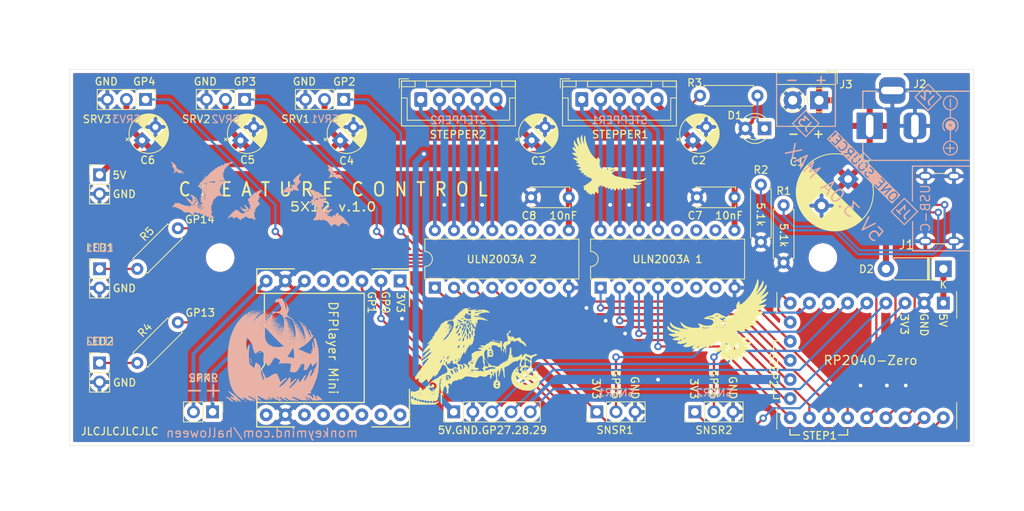
<source format=kicad_pcb>
(kicad_pcb (version 20240108) (generator "pcbnew") (generator_version "8.0")
  (layers (0 "F.Cu" signal) (31 "B.Cu" signal) (34 "B.Paste" user) (35 "F.Paste" user) (36 "B.SilkS" user "B.Silkscreen") (37 "F.SilkS" user "F.Silkscreen") (38 "B.Mask" user) (39 "F.Mask" user) (44 "Edge.Cuts" user))
  (net 0 "")
  (net 1 "5V")
  (net 2 "GND")
  (net 3 "3V3")
  (net 4 "GP0")
  (net 5 "GP1")
  (net 6 "GP2")
  (net 7 "GP3")
  (net 8 "GP4")
  (net 9 "GP5")
  (net 10 "GP6")
  (net 11 "GP7")
  (net 12 "GP8")
  (net 13 "GP9")
  (net 14 "GP10")
  (net 15 "GP11")
  (net 16 "GP12")
  (net 17 "GP13")
  (net 18 "GP14")
  (net 19 "GP15")
  (net 20 "GP26")
  (net 21 "GP27")
  (net 22 "GP28")
  (net 23 "GP29")
  (net 24 "SPKR+")
  (net 25 "SPKR-")
  (net 26 "LED1")
  (net 27 "LED2")
  (net 28 "S1-1")
  (net 29 "S1-2")
  (net 30 "S1-3")
  (net 31 "S1-4")
  (net 32 "S2-1")
  (net 33 "S2-2")
  (net 34 "S2-3")
  (net 35 "S2-4")
  (net 36 "RP-5V")
  (net 37 "D1")
  (net 38 "A5")
  (net 39 "B5")
  (footprint "Connector_JST:JST_XH_B5B-XH-A_1x05_P2.50mm_Vertical" (layer "F.Cu") (at 126.625 34)
    (property "Reference" "STEPPER2")
    (property "Value" "JST_XH_B5B-XH-A_1x05_P2.50mm_Vertical")
  )
  (footprint "Connector_PinHeader_2.54mm:PinHeader_1x02_P2.54mm_Vertical" (layer "F.Cu") (at 84 69)
    (property "Reference" "LED2")
    (property "Value" "PinHeader_1x02_P2.54mm_Vertical")
  )
  (footprint "Resistor_THT:R_Axial_DIN0207_L6.3mm_D2.5mm_P7.62mm_Horizontal" (layer "F.Cu") (at 89 69 45)
    (property "Reference" "R4")
    (property "Value" "2.2 kΩ")
  )
  (footprint "Connector_PinHeader_2.54mm:PinHeader_1x03_P2.54mm_Vertical" (layer "F.Cu") (at 103.25 34 -90)
    (property "Reference" "SRV2")
    (property "Value" "PinHeader_1x03_P2.54mm_Vertical")
  )
  (footprint "Capacitor_THT:CP_Radial_D5.0mm_P2.50mm" (layer "F.Cu") (at 115.933411 39.426548 45)
    (property "Reference" "C4")
    (property "Value" "CP_Radial_D5.0mm_P2.50mm")
  )
  (footprint "TerminalBlock_4Ucon:TerminalBlock_4Ucon_1x02_P3.50mm_Horizontal" (layer "F.Cu") (at 179.5 34.102759 180)
    (property "Reference" "J3")
    (property "Value" "TerminalBlock_4Ucon_1x02_P3.50mm_Horizontal")
  )
  (footprint "Capacitor_THT:C_Disc_D5.0mm_W2.5mm_P5.00mm" (layer "F.Cu") (at 146.28 47 180)
    (property "Reference" "C8")
    (property "Value" "10nf")
  )
  (footprint "LED_THT:LED_D3.0mm" (layer "F.Cu") (at 172.256099 37.842402 180)
    (property "Reference" "D1")
    (property "Value" "LED_D3.0mm")
  )
  (footprint "cayenne:DFPlayer Mini" (layer "F.Cu") (at 115 67 -90)
    (property "Reference" "DFPlayer Mini")
    (property "Value" "DFPlayer Mini")
  )
  (footprint "Connector_PinHeader_2.54mm:PinHeader_1x02_P2.54mm_Vertical" (layer "F.Cu") (at 99 75.5 -90)
    (property "Reference" "SPKR")
    (property "Value" "PinHeader_1x02_P2.54mm_Vertical")
  )
  (footprint "Resistor_THT:R_Axial_DIN0207_L6.3mm_D2.5mm_P7.62mm_Horizontal" (layer "F.Cu") (at 163.7 33.5)
    (property "Reference" "R3")
    (property "Value" "2.2 kΩ")
  )
  (footprint "Resistor_THT:R_Axial_DIN0207_L6.3mm_D2.5mm_P7.62mm_Horizontal" (layer "F.Cu") (at 174.789112 55.662465 90)
    (property "Reference" "R1")
    (property "Value" "5.1 kΩ" (hide yes))
  )
  (footprint "Connector_PinHeader_2.54mm:PinHeader_1x02_P2.54mm_Vertical" (layer "F.Cu") (at 84 44)
    (property "Reference" "5V")
    (property "Value" "PinHeader_1x02_P2.54mm_Vertical")
  )
  (footprint "Diode_THT:D_DO-41_SOD81_P7.62mm_Horizontal" (layer "F.Cu") (at 195.997177 56.5 180)
    (property "Reference" "D2")
    (property "Value" "D_DO-41_SOD81_P7.62mm_Horizontal")
  )
  (footprint "Connector_PinHeader_2.54mm:PinHeader_1x03_P2.54mm_Vertical" (layer "F.Cu") (at 150 75.5 90)
    (property "Reference" "SNSR1")
    (property "Value" "PinHeader_1x03_P2.54mm_Vertical")
  )
  (footprint "MountingHole:MountingHole_3.2mm_M3" (layer "F.Cu") (at 180 55)
    (property "Reference" "REF**" (hide yes))
    (property "Value" "MountingHole_3.2mm_M3" (hide yes))
  )
  (footprint "Connector_JST:JST_XH_B5B-XH-A_1x05_P2.50mm_Vertical" (layer "F.Cu") (at 148 34)
    (property "Reference" "STEPPER1")
    (property "Value" "JST_XH_B5B-XH-A_1x05_P2.50mm_Vertical")
  )
  (footprint "Resistor_THT:R_Axial_DIN0207_L6.3mm_D2.5mm_P7.62mm_Horizontal" (layer "F.Cu") (at 89 56.5 45)
    (property "Reference" " R5")
    (property "Value" "2.2 kΩ")
  )
  (footprint "Connector_PinHeader_2.54mm:PinHeader_1x03_P2.54mm_Vertical" (layer "F.Cu") (at 116.4 34 -90)
    (property "Reference" "SRV1")
    (property "Value" "PinHeader_1x03_P2.54mm_Vertical")
  )
  (footprint "Package_DIP:DIP-16_W7.62mm" (layer "F.Cu") (at 150.5 59 90)
    (property "Reference" "ULN2003A 1")
    (property "Value" "DIP-16_W7.62mm")
  )
  (footprint "Connector_BarrelJack:BarrelJack_Horizontal" (layer "F.Cu") (at 186.215963 37.5 180)
    (property "Reference" "J2")
    (property "Value" "BarrelJack_Horizontal")
  )
  (footprint "Capacitor_THT:C_Disc_D5.0mm_W2.5mm_P5.00mm" (layer "F.Cu") (at 168.28 47 180)
    (property "Reference" "C7")
    (property "Value" "10nf")
  )
  (footprint "cayenne:Crow-Flying" (layer "F.Cu") (at 166.069075 63.33489)
    (property "Reference" "G***" (hide yes))
    (property "Value" "LOGO" (hide yes))
  )
  (footprint "cayenne:Crow-Standing01" (layer "F.Cu") (at 134.038598 67.035282)
    (property "Reference" "G***" (hide yes))
    (property "Value" "LOGO" (hide yes))
  )
  (footprint "Resistor_THT:R_Axial_DIN0207_L6.3mm_D2.5mm_P7.62mm_Horizontal" (layer "F.Cu") (at 171.76957 52.928997 90)
    (property "Reference" "R2")
    (property "Value" "5.1 kΩ" (hide yes))
  )
  (footprint "Connector_USB:USB_C_Receptacle_GCT_USB4125-xx-x-0190_6P_TopMnt_Horizontal" (layer "F.Cu") (at 196.594144 48.5 90)
    (property "Reference" "J1")
    (property "Value" "USB_C_Receptacle_GCT_USB4125-xx-x-0190_6P_TopMnt_Horizontal")
  )
  (footprint "MountingHole:MountingHole_3.2mm_M3" (layer "F.Cu") (at 100 55)
    (property "Reference" "REF**" (hide yes))
    (property "Value" "MountingHole_3.2mm_M3" (hide yes))
  )
  (footprint "Capacitor_THT:CP_Radial_D5.0mm_P2.50mm" (layer "F.Cu") (at 162.732229 39.420164 45)
    (property "Reference" "C2")
    (property "Value" "CP_Radial_D5.0mm_P2.50mm")
  )
  (footprint "Connector_PinHeader_2.54mm:PinHeader_1x05_P2.54mm_Vertical" (layer "F.Cu") (at 131 75.5 90)
    (property "Reference" "REF**" (hide yes))
    (property "Value" "PinHeader_1x05_P2.54mm_Vertical")
  )
  (footprint "Capacitor_THT:CP_Radial_D5.0mm_P2.50mm" (layer "F.Cu") (at 141.355477 39.421024 45)
    (property "Reference" "C3")
    (property "Value" "CP_Radial_D5.0mm_P2.50mm")
  )
  (footprint "Connector_PinHeader_2.54mm:PinHeader_1x03_P2.54mm_Vertical" (layer "F.Cu") (at 90.1 34 -90)
    (property "Reference" "SRV3")
    (property "Value" "PinHeader_1x03_P2.54mm_Vertical")
  )
  (footprint "Package_DIP:DIP-16_W7.62mm" (layer "F.Cu") (at 128.5 59 90)
    (property "Reference" "ULN2003A 2")
    (property "Value" "DIP-16_W7.62mm")
  )
  (footprint "Connector_PinHeader_2.54mm:PinHeader_1x03_P2.54mm_Vertical" (layer "F.Cu") (at 163 75.5 90)
    (property "Reference" "SNSR2")
    (property "Value" "PinHeader_1x03_P2.54mm_Vertical")
  )
  (footprint "cayenne:Crow-Flying2" (layer "F.Cu") (at 151.61114 42.679001)
    (property "Reference" "G***" (hide yes))
    (property "Value" "LOGO" (hide yes))
  )
  (footprint "Capacitor_THT:CP_Radial_D10.0mm_P5.00mm" (layer "F.Cu") (at 183.353128 44.560938 -135)
    (property "Reference" "C1")
    (property "Value" "CP_Radial_D10.0mm_P5.00mm")
  )
  (footprint "cayenne:RP2040 Zero" (layer "F.Cu") (at 173 58.5 -90)
    (property "Reference" "RP2040-Zero")
    (property "Value" "RP2040 Zero")
  )
  (footprint "Capacitor_THT:CP_Radial_D5.0mm_P2.50mm" (layer "F.Cu") (at 89.642206 39.42181 45)
    (property "Reference" "C6")
    (property "Value" "CP_Radial_D5.0mm_P2.50mm")
  )
  (footprint "Connector_PinHeader_2.54mm:PinHeader_1x02_P2.54mm_Vertical" (layer "F.Cu") (at 84 56.5)
    (property "Reference" "LED1")
    (property "Value" "PinHeader_1x02_P2.54mm_Vertical")
  )
  (footprint "Capacitor_THT:CP_Radial_D5.0mm_P2.50mm" (layer "F.Cu") (at 102.701912 39.433678 45)
    (property "Reference" "C5")
    (property "Value" "CP_Radial_D5.0mm_P2.50mm")
  )
  (footprint "cayenne:Bats01" (layer "B.Cu") (at 105.242184 46.604138 180)
    (property "Reference" "G***" (hide yes))
    (property "Value" "LOGO" (hide yes))
  )
  (footprint "cayenne:Pumpkin01" (layer "B.Cu") (at 106.91691 67.381199 180)
    (property "Reference" "G***" (hide yes))
    (property "Value" "LOGO" (hide yes))
  )
  (footprint "Symbol:Symbol_Barrel_Polarity" (layer "B.Cu") (at 196.85139 37.448943 -90)
    (property "Reference" "REF**" (hide yes))
    (property "Value" "Symbol_Barrel_Polarity" (hide yes))
  )
  (gr_poly (pts (xy 175.986992 37.189923) (xy 177.732236 35.444679) (xy 179.47748 37.189923) (xy 177.732236 38.935167)) (stroke (width 0.16)) (fill none) (layer "B.SilkS"))
  (gr_line (start 173.85631 37.56661) (end 175.52 37.56661) (stroke (width 0.16)) (layer "B.SilkS"))
  (gr_line (start 181.663357 37.56661) (end 181.663357 30.588113) (stroke (width 0.16)) (layer "B.SilkS"))
  (gr_line (start 199.404262 42.844247) (end 191.888958 42.844247) (stroke (width 0.16)) (layer "B.SilkS"))
  (gr_line (start 191.912298 54.105533) (end 199.392592 54.105533) (stroke (width 0.16)) (layer "B.SilkS"))
  (gr_poly (pts (xy 189.070977 48.880938) (xy 190.816221 47.135694) (xy 192.561465 48.880938) (xy 190.816221 50.626182)) (stroke (width 0.16)) (fill none) (layer "B.SilkS"))
  (gr_line (start 179.93 37.56661) (end 181.663357 37.56661) (stroke (width 0.16)) (layer "B.SilkS"))
  (gr_line (start 185.303343 40.965422) (end 186.415857 42.077936) (stroke (width 0.16)) (layer "B.SilkS"))
  (gr_line (start 192.37 32.882192) (end 191.496077 32.882192) (stroke (width 0.16)) (layer "B.SilkS"))
  (gr_line (start 185.303343 39.76733) (end 185.303343 40.965422) (stroke (width 0.16)) (layer "B.SilkS"))
  (gr_line (start 185.295563 32.889971) (end 185.295563 35.161678) (stroke (width 0.16)) (layer "B.SilkS"))
  (gr_line (start 173.85631 30.658132) (end 173.85631 37.56661) (stroke (width 0.16)) (layer "B.SilkS"))
  (gr_line (start 199.307014 32.889971) (end 195.68 32.889971) (stroke (width 0.16)) (layer "B.SilkS"))
  (gr_line (start 186.415857 42.077936) (end 199.384813 42.077936) (stroke (width 0.16)) (layer "B.SilkS"))
  (gr_poly (pts (xy 192.215006 33.70347) (xy 193.96025 31.958226) (xy 195.705494 33.70347) (xy 193.96025 35.448714)) (stroke (width 0.16)) (fill none) (layer "B.SilkS"))
  (gr_line (start 191.888958 42.844247) (end 191.888958 47.49) (stroke (width 0.16)) (layer "B.SilkS"))
  (gr_line (start 186.968224 32.889971) (end 185.295563 32.889971) (stroke (width 0.16)) (layer "B.SilkS"))
  (gr_line (start 191.912298 50.24) (end 191.912298 54.105533) (stroke (width 0.16)) (layer "B.SilkS"))
  (gr_line (start 173.453463 73.734742) (end 173.452176 72.472269) (stroke (width 0.16)) (layer "F.SilkS"))
  (gr_line (start 183.286454 78.572126) (end 182.077272 78.570099) (stroke (width 0.16)) (layer "F.SilkS"))
  (gr_line (start 175.621825 78.572127) (end 176.905732 78.570099) (stroke (width 0.16)) (layer "F.SilkS"))
  (gr_line (start 175.621825 77.83944) (end 175.621825 78.572127) (stroke (width 0.16)) (layer "F.SilkS"))
  (gr_line (start 174.186149 66.070113) (end 173.453462 66.070113) (stroke (width 0.16)) (layer "F.SilkS"))
  (gr_line (start 173.453462 66.070113) (end 173.455652 67.352861) (stroke (width 0.16)) (layer "F.SilkS"))
  (gr_line (start 183.28594 77.839439) (end 183.28594 78.572126) (stroke (width 0.16)) (layer "F.SilkS"))
  (gr_line (start 174.18615 73.734228) (end 173.453463 73.734228) (stroke (width 0.16)) (layer "F.SilkS"))
  (gr_rect (start 80 30) (end 200 80) (stroke (width 0.05)) (fill none) (layer "Edge.Cuts"))
  (gr_text "SRV3" (at 87.570003 36.619441 -0) (layer "B.SilkS") (effects (font (size 1 1)) (justify mirror)))
  (gr_text "J2" (at 193.962815 33.696554 -45) (layer "B.SilkS") (effects (font (size 1.2 1.2) (thickness 0.2) (bold yes)) (justify mirror)))
  (gr_text "ONE SOURCE!" (at 184.884461 43.504305 315) (layer "B.SilkS" knockout) (effects (font (size 1.2 1.2) (thickness 0.16)) (justify bottom mirror)))
  (gr_text "+" (at 197.849028 41.176937 0) (layer "B.SilkS") (effects (font (size 1.4 1.4) (thickness 0.16)) (justify left bottom mirror)))
  (gr_text "SRV2" (at 100.724702 36.619441 -0) (layer "B.SilkS") (effects (font (size 1 1)) (justify mirror)))
  (gr_text "LED2" (at 84.104094 66.13218 -0) (layer "B.SilkS") (effects (font (size 1 1)) (justify mirror)))
  (gr_text "STEPPER2" (at 131.625 36.75 -0) (layer "B.SilkS") (effects (font (size 1 1) (thickness 0.16)) (justify mirror)))
  (gr_text "monkeymind.com/halloween" (at 105.556195 78.999605 -0) (layer "B.SilkS") (effects (font (size 1.2 1.2) (thickness 0.16)) (justify bottom mirror)))
  (gr_text "SNSR2" (at 165.574831 72.967722 -0) (layer "B.SilkS") (effects (font (size 1 1)) (justify mirror)))
  (gr_text "+  -" (at 177.823778 30.744201 180) (layer "B.SilkS") (effects (font (size 1.4 1.4) (thickness 0.2) (bold yes)) (justify bottom)))
  (gr_text "LED1" (at 83.999067 53.73893 -0) (layer "B.SilkS") (effects (font (size 1 1)) (justify mirror)))
  (gr_text "SPKR" (at 97.779555 71.02763 -0) (layer "B.SilkS") (effects (font (size 1 1) (thickness 0.16)) (justify mirror)))
  (gr_text "-" (at 95.208393 71.681135 180) (layer "B.SilkS") (effects (font (size 2 2) (thickness 0.2)) (justify left bottom mirror)))
  (gr_text "SNSR1" (at 152.568921 72.967722 -0) (layer "B.SilkS") (effects (font (size 1 1)) (justify mirror)))
  (gr_text "SRV1" (at 113.905659 36.593184 -0) (layer "B.SilkS") (effects (font (size 1 1)) (justify mirror)))
  (gr_text "5V 3.0A MAX" (at 180.767428 47.167766 -45) (layer "B.SilkS") (effects (font (size 1.8 1.8) (thickness 0.2)) (justify bottom mirror)))
  (gr_text "J1" (at 190.752767 48.886909 -45) (layer "B.SilkS") (effects (font (size 1.2 1.2) (thickness 0.2) (bold yes)) (justify mirror)))
  (gr_text "-" (at 197.638973 33.509926 90) (layer "B.SilkS") (effects (font (size 1.4 1.4) (thickness 0.16)) (justify left bottom mirror)))
  (gr_text "STEPPER1" (at 153 36.75 -0) (layer "B.SilkS") (effects (font (size 1 1) (thickness 0.16)) (justify mirror)))
  (gr_text "J3" (at 177.683012 37.228193 -45) (layer "B.SilkS") (effects (font (size 1.2 1.2) (thickness 0.2) (bold yes)) (justify mirror)))
  (gr_text "USB-C" (at 194.310184 48.426754 90) (layer "B.SilkS") (effects (font (size 1.2 1.2) (thickness 0.16)) (justify bottom mirror)))
  (gr_text "+" (at 97.718571 71.681135 180) (layer "B.SilkS") (effects (font (size 2 2) (thickness 0.2)) (justify left bottom mirror)))
  (gr_text "+  -" (at 177.75 38.002759 180) (layer "F.SilkS") (effects (font (size 1.2 1.2) (thickness 0.2) (bold yes)) (justify bottom)))
  (gr_text "JLCJLCJLCJLC" (at 81.421967 78.676179 0) (layer "F.SilkS") (effects (font (size 1 1) (thickness 0.16)) (justify left bottom)))
  (gr_text "GP15" (at 151.92136 69.794021 -90) (layer "F.SilkS") (effects (font (size 1 1) (thickness 0.16)) (justify left bottom)))
  (gr_text "GND" (at 85.654808 59.668404 0) (layer "F.SilkS") (effects (font (size 1 1) (thickness 0.16)) (justify left bottom)))
  (gr_text "GP3" (at 101.701871 32.214825 0) (layer "F.SilkS") (effects (font (size 1 1) (thickness 0.16)) (justify left bottom)))
  (gr_text "GND" (at 85.681041 72.202318 0) (layer "F.SilkS") (effects (font (size 1 1) (thickness 0.16)) (justify left bottom)))
  (gr_text "GP26" (at 164.921435 69.805691 -90) (layer "F.SilkS") (effects (font (size 1 1) (thickness 0.16)) (justify left bottom)))
  (gr_text "STEP1" (at 177.178295 79.244312 0) (layer "F.SilkS") (effects (font (size 1 1) (thickness 0.16)) (justify left bottom)))
  (gr_text "5X12 v.1.0" (at 115 48.95643 0) (layer "F.SilkS") (effects (font (size 1.2 1.4) (thickness 0.18)) (justify bottom)))
  (gr_text "GP4" (at 88.351161 32.207005 0) (layer "F.SilkS") (effects (font (size 1 1) (thickness 0.16)) (justify left bottom)))
  (gr_text "GP14" (at 95.235422 50.518751 0) (layer "F.SilkS") (effects (font (size 1 1) (thickness 0.16)) (justify left bottom)))
  (gr_text "10nF" (at 143.618714 50.022344 0) (layer "F.SilkS") (effects (font (size 1 1) (thickness 0.16)) (justify left bottom)))
  (gr_text "C R E A T U R E  C O N T R O L" (at 115 47 0) (layer "F.SilkS") (effects (font (size 1.8 1.6) (thickness 0.25)) (justify bottom)))
  (gr_text "GP1" (at 119.518905 59.389002 270) (layer "F.SilkS") (effects (font (size 1 1) (thickness 0.16)) (justify left bottom)))
  (gr_text "5.1k" (at 171.154541 47.573242 -90) (layer "F.SilkS") (effects (font (size 1 1) (thickness 0.16)) (justify left bottom)))
  (gr_text "GP0" (at 121.386062 59.365662 270) (layer "F.SilkS") (effects (font (size 1 1) (thickness 0.16)) (justify left bottom)))
  (gr_text "5V.GND.GP27.28.29" (at 128.797202 78.52275 0) (layer "F.SilkS") (effects (font (size 1 1) (thickness 0.16)) (justify left bottom)))
  (gr_text "5V" (at 195.360458 62.323938 -90) (layer "F.SilkS") (effects (font (size 1 1) (thickness 0.16)) (justify left bottom)))
  (gr_text "10nF" (at 165.604479 50.00484 0) (layer "F.SilkS") (effects (font (size 1 1) (thickness 0.16)) (justify left bottom)))
  (gr_text "+" (at 97.725 73.7 0) (layer "F.SilkS") (effects (font (size 2 2) (thickness 0.2)) (justify left bottom)))
  (gr_text "-" (at 95.214822 73.7 0) (layer "F.SilkS") (effects (font (size 2 2) (thickness 0.2)) (justify left bottom)))
  (gr_text "GND" (at 192.839797 62.300598 -90) (layer "F.SilkS") (effects (font (size 1 1) (thickness 0.16)) (justify left bottom)))
  (gr_text "GND" (at 109.55 32.2 0) (layer "F.SilkS") (effects (font (size 1 1) (thickness 0.16)) (justify left bottom)))
  (gr_text "GND" (at 83.25 32.2 0) (layer "F.SilkS") (effects (font (size 1 1) (thickness 0.16)) (justify left bottom)))
  (gr_text "3V3" (at 190.225778 62.382286 -90) (layer "F.SilkS") (effects (font (size 1 1) (thickness 0.16)) (justify left bottom)))
  (gr_text "GND" (at 96.4 32.2 0) (layer "F.SilkS") (effects (font (size 1 1) (thickness 0.16)) (justify left bottom)))
  (gr_text "STEP2" (at 172.857866 67.533587 270) (layer "F.SilkS") (effects (font (size 1 1) (thickness 0.16)) (justify left bottom)))
  (gr_text "GND" (at 167.453766 70.657581 -90) (layer "F.SilkS") (effects (font (size 1 1) (thickness 0.16)) (justify left bottom)))
  (gr_text "3V3" (at 149.319011 70.937655 -90) (layer "F.SilkS") (effects (font (size 1 1) (thickness 0.16)) (justify left bottom)))
  (gr_text "GP2" (at 114.901397 32.227858 0) (layer "F.SilkS") (effects (font (size 1 1) (thickness 0.16)) (justify left bottom)))
  (gr_text "GP13" (at 95.301724 62.917193 0) (layer "F.SilkS") (effects (font (size 1 1) (thickness 0.16)) (justify left bottom)))
  (gr_text "GND" (at 85.646319 47.154857 0) (layer "F.SilkS") (effects (font (size 1 1) (thickness 0.16)) (justify left bottom)))
  (gr_text "3V3" (at 162.307416 70.937655 -90) (layer "F.SilkS") (effects (font (size 1 1) (thickness 0.16)) (justify left bottom)))
  (gr_text "GND" (at 154.442021 70.657581 -90) (layer "F.SilkS") (effects (font (size 1 1) (thickness 0.16)) (justify left bottom)))
  (gr_text "5.1k" (at 174.226596 50.330215 -90) (layer "F.SilkS") (effects (font (size 1 1) (thickness 0.16)) (justify left bottom)))
  (segment (start 168.28 47) (end 168.28 51.38) (width 0.8) (layer "F.Cu") (net 1))
  (segment (start 113.86 34) (end 113.86 37.353137) (width 0.8) (layer "F.Cu") (net 1))
  (segment (start 162.732229 39.420164) (end 161.55372 38.241655) (width 0.3) (layer "F.Cu") (net 1))
  (segment (start 161.55372 38.241655) (end 161.55372 35.64628) (width 0.3) (layer "F.Cu") (net 1))
  (segment (start 185.91813 46.98) (end 186.075348 46.98) (width 0.8) (layer "F.Cu") (net 1))
  (segment (start 141.355477 39.421024) (end 136.625 34.690547) (width 0.8) (layer "F.Cu") (net 1))
  (segment (start 183.353128 44.560938) (end 183.499068 44.560938) (width 0.8) (layer "F.Cu") (net 1))
  (segment (start 158 34.687935) (end 158 34) (width 0.8) (layer "F.Cu") (net 1))
  (segment (start 127.041753 41.235373) (end 118.54221 41.235373) (width 0.8) (layer "F.Cu") (net 1))
  (segment (start 189.115348 50.02) (end 192.914144 50.02) (width 0.66) (layer "F.Cu") (net 1))
  (segment (start 162.732229 39.420164) (end 164.547438 41.235373) (width 0.8) (layer "F.Cu") (net 1))
  (segment (start 146.32249 41.235373) (end 146.28 41.277863) (width 0.8) (layer "F.Cu") (net 1))
  (segment (start 100.71 37.441766) (end 102.701912 39.433678) (width 0.8) (layer "F.Cu") (net 1))
  (segment (start 168.28 47) (end 168.28 41.235374) (width 0.8) (layer "F.Cu") (net 1))
  (segment (start 104.503607 41.235373) (end 105.609609 41.235373) (width 0.8) (layer "F.Cu") (net 1))
  (segment (start 143.918949 41.235373) (end 165.434517 41.235373) (width 0.8) (layer "F.Cu") (net 1))
  (segment (start 86.764627 41.235373) (end 84 44) (width 0.8) (layer "F.Cu") (net 1))
  (segment (start 100.71 34) (end 100.71 37.441766) (width 0.8) (layer "F.Cu") (net 1))
  (segment (start 87.56 34) (end 87.56 37.339604) (width 0.8) (layer "F.Cu") (net 1))
  (segment (start 146.28 41.277863) (end 146.28 47) (width 0.8) (layer "F.Cu") (net 1))
  (segment (start 113.86 37.353137) (end 115.933411 39.426548) (width 0.8) (layer "F.Cu") (net 1))
  (segment (start 141.355477 39.421024) (end 143.169826 41.235373) (width 0.8) (layer "F.Cu") (net 1))
  (segment (start 188.377177 49.281829) (end 183.353128 44.560938) (width 0.8) (layer "F.Cu") (net 1))
  (segment (start 91.455769 41.235373) (end 91.862905 41.235373) (width 0.8) (layer "F.Cu") (net 1))
  (segment (start 162.732229 39.420164) (end 158 34.687935) (width 0.8) (layer "F.Cu") (net 1))
  (segment (start 115.933411 39.426548) (end 117.742236 41.235373) (width 0.8) (layer "F.Cu") (net 1))
  (segment (start 89.642206 39.42181) (end 91.455769 41.235373) (width 0.8) (layer "F.Cu") (net 1))
  (segment (start 192.914144 46.98) (end 192.019364 46.98) (width 0.5) (layer "F.Cu") (net 1))
  (segment (start 105.609609 41.235373) (end 91.862905 41.235373) (width 0.8) (layer "F.Cu") (net 1))
  (segment (start 186.075348 46.98) (end 192.914144 46.98) (width 0.66) (layer "F.Cu") (net 1))
  (segment (start 168.28 41.235374) (end 168.279999 41.235373) (width 0.8) (layer "F.Cu") (net 1))
  (segment (start 87.56 37.339604) (end 89.642206 39.42181) (width 0.8) (layer "F.Cu") (net 1))
  (segment (start 188.377177 49.281829) (end 188.377177 56.5) (width 0.8) (layer "F.Cu") (net 1))
  (segment (start 183.499068 44.560938) (end 185.91813 46.98) (width 0.8) (layer "F.Cu") (net 1))
  (segment (start 164.547438 41.235373) (end 165.434517 41.235373) (width 0.8) (layer "F.Cu") (net 1))
  (segment (start 91.862905 41.235373) (end 86.764627 41.235373) (width 0.8) (layer "F.Cu") (net 1))
  (segment (start 127.041753 41.235373) (end 143.918949 41.235373) (width 0.8) (layer "F.Cu") (net 1))
  (segment (start 180.027563 41.235373) (end 183.353128 44.560938) (width 0.8) (layer "F.Cu") (net 1))
  (segment (start 146.28 47) (end 146.28 51.38) (width 0.8) (layer "F.Cu") (net 1))
  (segment (start 188.377177 49.281829) (end 189.115348 50.02) (width 0.8) (layer "F.Cu") (net 1))
  (segment (start 161.55372 35.64628) (end 163.7 33.5) (width 0.3) (layer "F.Cu") (net 1))
  (segment (start 118.54221 41.235373) (end 105.609609 41.235373) (width 0.8) (layer "F.Cu") (net 1))
  (segment (start 117.742236 41.235373) (end 118.54221 41.235373) (width 0.8) (layer "F.Cu") (net 1))
  (segment (start 102.701912 39.433678) (end 104.503607 41.235373) (width 0.8) (layer "F.Cu") (net 1))
  (segment (start 143.169826 41.235373) (end 143.918949 41.235373) (width 0.8) (layer "F.Cu") (net 1))
  (segment (start 165.434517 41.235373) (end 180.027563 41.235373) (width 0.8) (layer "F.Cu") (net 1))
  (segment (start 136.625 34.690547) (end 136.625 34) (width 0.8) (layer "F.Cu") (net 1))
  (via (at 127.041753 41.235373) (size 1) (drill 0.5) (layers "F.Cu" "B.Cu") (net 1))
  (segment (start 127.041753 41.235373) (end 125.950563 42.326563) (width 0.8) (layer "B.Cu") (net 1))
  (segment (start 125.950563 42.326563) (end 125.950563 70.450563) (width 0.8) (layer "B.Cu") (net 1))
  (segment (start 125.950563 70.450563) (end 131 75.5) (width 0.8) (layer "B.Cu") (net 1))
  (segment (start 192.215963 37.5) (end 192.215963 45.051819) (width 0.3) (layer "F.Cu") (net 2))
  (segment (start 192.914144 51.25) (end 193.594144 51.93) (width 0.3) (layer "F.Cu") (net 2))
  (segment (start 193.594144 51.93) (end 193.594144 52.82) (width 0.3) (layer "F.Cu") (net 2))
  (segment (start 193.594144 45.07) (end 193.594144 44.18) (width 0.3) (layer "F.Cu") (net 2))
  (segment (start 196.552841 45.75) (end 197.415978 46.613137) (width 0.3) (layer "F.Cu") (net 2))
  (segment (start 196.45508 51.25) (end 192.914144 51.25) (width 0.3) (layer "F.Cu") (net 2))
  (segment (start 192.215963 45.051819) (end 192.914144 45.75) (width 0.3) (layer "F.Cu") (net 2))
  (segment (start 192.914144 45.75) (end 196.552841 45.75) (width 0.3) (layer "F.Cu") (net 2))
  (segment (start 197.415978 50.289102) (end 196.45508 51.25) (width 0.3) (layer "F.Cu") (net 2))
  (segment (start 192.914144 45.75) (end 193.594144 45.07) (width 0.3) (layer "F.Cu") (net 2))
  (segment (start 197.415978 46.613137) (end 197.415978 50.289102) (width 0.3) (layer "F.Cu") (net 2))
  (via (at 158.122832 71.219001) (size 1) (drill 0.5) (layers "F.Cu" "B.Cu") (net 2))
  (via (at 156.840372 48) (size 1) (drill 0.5) (layers "F.Cu" "B.Cu") (net 2))
  (via (at 191 72) (size 1) (drill 0.5) (layers "F.Cu" "B.Cu") (net 2))
  (via (at 132.183595 48) (size 1) (drill 0.5) (layers "F.Cu" "B.Cu") (net 2))
  (via (at 129.744205 48) (size 1) (drill 0.5) (layers "F.Cu" "B.Cu") (net 2))
  (via (at 185 72) (size 1) (drill 0.5) (layers "F.Cu" "B.Cu") (net 2))
  (via (at 188.5 72) (size 1) (drill 0.5) (layers "F.Cu" "B.Cu") (net 2))
  (via (at 151.165343 63.391112) (size 1) (drill 0.5) (layers "F.Cu" "B.Cu") (net 2))
  (via (at 148.618462 61.68863) (size 1) (drill 0.5) (layers "F.Cu" "B.Cu") (net 2))
  (via (at 151.771283 48) (size 1) (drill 0.5) (layers "F.Cu" "B.Cu") (net 2))
  (via (at 154.285432 48) (size 1) (drill 0.5) (layers "F.Cu" "B.Cu") (net 2))
  (via (at 153.749222 65.093636) (size 1) (drill 0.5) (layers "F.Cu" "B.Cu") (net 2))
  (via (at 134.770734 48) (size 1) (drill 0.5) (layers "F.Cu" "B.Cu") (net 2))
  (via (at 124.131995 63.10384) (size 1) (drill 0.5) (layers "F.Cu" "B.Cu") (net 2))
  (segment (start 151.661629 77.162396) (end 142.74358 68.244347) (width 0.3) (layer "F.Cu") (net 3))
  (segment (start 142.74358 68.244347) (end 134.024347 68.244347) (width 0.3) (layer "F.Cu") (net 3))
  (segment (start 134.024347 68.244347) (end 123.89 58.11) (width 0.3) (layer "F.Cu") (net 3))
  (segment (start 150 75.500767) (end 151.661629 77.162396) (width 0.3) (layer "F.Cu") (net 3))
  (segment (start 171.262665 77.162396) (end 164.66866 77.162396) (width 0.3) (layer "F.Cu") (net 3))
  (segment (start 172.080281 76.34478) (end 171.262665 77.162396) (width 0.3) (layer "F.Cu") (net 3))
  (segment (start 150 75.5) (end 150 75.500767) (width 0.3) (layer "F.Cu") (net 3))
  (segment (start 163 75.5) (end 163.006264 75.5) (width 0.3) (layer "F.Cu") (net 3))
  (segment (start 163.006264 75.5) (end 164.66866 77.162396) (width 0.3) (layer "F.Cu") (net 3))
  (segment (start 164.66866 77.162396) (end 151.661629 77.162396) (width 0.3) (layer "F.Cu") (net 3))
  (via (at 172.080281 76.34478) (size 1) (drill 0.5) (layers "F.Cu" "B.Cu") (net 3))
  (segment (start 172.080281 76.34478) (end 173.409713 75.015348) (width 0.3) (layer "B.Cu") (net 3))
  (segment (start 176.931652 75.015348) (end 190.907 61.04) (width 0.3) (layer "B.Cu") (net 3))
  (segment (start 123.89 58.11) (end 123.897547 58.11) (width 0.8) (layer "B.Cu") (net 3))
  (segment (start 173.409713 75.015348) (end 176.931652 75.015348) (width 0.3) (layer "B.Cu") (net 3))
  (segment (start 194.096426 78.170574) (end 195.987 76.28) (width 0.3) (layer "F.Cu") (net 4))
  (segment (start 140.797475 70.96521) (end 148.002839 78.170574) (width 0.3) (layer "F.Cu") (net 4))
  (segment (start 129.212208 70.96521) (end 140.797475 70.96521) (width 0.3) (layer "F.Cu") (net 4))
  (segment (start 148.002839 78.170574) (end 194.096426 78.170574) (width 0.3) (layer "F.Cu") (net 4))
  (segment (start 121.350558 63.10356) (end 129.212208 70.96521) (width 0.3) (layer "F.Cu") (net 4))
  (via (at 121.350558 63.10356) (size 1) (drill 0.5) (layers "F.Cu" "B.Cu") (net 4))
  (segment (start 121.35 63.103002) (end 121.35 58.11) (width 0.3) (layer "B.Cu") (net 4))
  (segment (start 121.350558 63.10356) (end 121.35 63.103002) (width 0.3) (layer "B.Cu") (net 4))
  (segment (start 141.20929 70.315451) (end 129.875293 70.315451) (width 0.3) (layer "F.Cu") (net 5))
  (segment (start 192.056426 77.670574) (end 148.564413 77.670574) (width 0.3) (layer "F.Cu") (net 5))
  (segment (start 129.875293 70.315451) (end 118.81 59.250158) (width 0.3) (layer "F.Cu") (net 5))
  (segment (start 148.564413 77.670574) (end 141.20929 70.315451) (width 0.3) (layer "F.Cu") (net 5))
  (segment (start 118.81 59.250158) (end 118.81 58.11) (width 0.3) (layer "F.Cu") (net 5))
  (segment (start 193.447 76.28) (end 192.056426 77.670574) (width 0.3) (layer "F.Cu") (net 5))
  (segment (start 123.98506 51.529141) (end 126.620114 54.164195) (width 0.3) (layer "F.Cu") (net 6))
  (segment (start 175.271287 58.522967) (end 190.37457 58.522967) (width 0.3) (layer "F.Cu") (net 6))
  (segment (start 192.186837 75.000163) (end 190.907 76.28) (width 0.3) (layer "F.Cu") (net 6))
  (segment (start 190.37457 58.522967) (end 192.186837 60.335234) (width 0.3) (layer "F.Cu") (net 6))
  (segment (start 192.186837 60.335234) (end 192.186837 75.000163) (width 0.3) (layer "F.Cu") (net 6))
  (segment (start 170.912515 54.164195) (end 175.271287 58.522967) (width 0.3) (layer "F.Cu") (net 6))
  (segment (start 126.620114 54.164195) (end 170.912515 54.164195) (width 0.3) (layer "F.Cu") (net 6))
  (via (at 123.98506 51.529141) (size 1) (drill 0.5) (layers "F.Cu" "B.Cu") (net 6))
  (segment (start 119.602501 34) (end 116.4 34) (width 0.3) (layer "B.Cu") (net 6))
  (segment (start 123.98506 38.382559) (end 119.602501 34) (width 0.3) (layer "B.Cu") (net 6))
  (segment (start 123.98506 51.529141) (end 123.98506 38.382559) (width 0.3) (layer "B.Cu") (net 6))
  (segment (start 189.6379 60.318046) (end 189.6379 75.0091) (width 0.3) (layer "F.Cu") (net 7))
  (segment (start 188.342821 59.022967) (end 189.6379 60.318046) (width 0.3) (layer "F.Cu") (net 7))
  (segment (start 123.914195 54.664195) (end 170.705408 54.664195) (width 0.3) (layer "F.Cu") (net 7))
  (segment (start 189.6379 75.0091) (end 188.367 76.28) (width 0.3) (layer "F.Cu") (net 7))
  (segment (start 120.780872 51.530872) (end 123.914195 54.664195) (width 0.3) (layer "F.Cu") (net 7))
  (segment (start 170.705408 54.664195) (end 175.06418 59.022967) (width 0.3) (layer "F.Cu") (net 7))
  (segment (start 175.06418 59.022967) (end 188.342821 59.022967) (width 0.3) (layer "F.Cu") (net 7))
  (via (at 120.780872 51.530872) (size 1) (drill 0.5) (layers "F.Cu" "B.Cu") (net 7))
  (segment (start 120.780872 48.459873) (end 106.320999 34) (width 0.3) (layer "B.Cu") (net 7))
  (segment (start 106.320999 34) (end 103.25 34) (width 0.3) (layer "B.Cu") (net 7))
  (segment (start 120.780872 51.530872) (end 120.780872 48.459873) (width 0.3) (layer "B.Cu") (net 7))
  (segment (start 187.096697 75.010303) (end 185.827 76.28) (width 0.3) (layer "F.Cu") (net 8))
  (segment (start 110.963167 55.164195) (end 170.498301 55.164195) (width 0.3) (layer "F.Cu") (net 8))
  (segment (start 107.330697 51.531726) (end 110.963167 55.164195) (width 0.3) (layer "F.Cu") (net 8))
  (segment (start 187.096697 60.112315) (end 187.096697 75.010303) (width 0.3) (layer "F.Cu") (net 8))
  (segment (start 170.498301 55.164195) (end 174.857073 59.522967) (width 0.3) (layer "F.Cu") (net 8))
  (segment (start 186.507349 59.522967) (end 187.096697 60.112315) (width 0.3) (layer "F.Cu") (net 8))
  (segment (start 174.857073 59.522967) (end 186.507349 59.522967) (width 0.3) (layer "F.Cu") (net 8))
  (via (at 107.330697 51.531726) (size 1) (drill 0.5) (layers "F.Cu" "B.Cu") (net 8))
  (segment (start 107.330697 51.531726) (end 107.330697 48.012079) (width 0.3) (layer "B.Cu") (net 8))
  (segment (start 93.318618 34) (end 90.1 34) (width 0.3) (layer "B.Cu") (net 8))
  (segment (start 107.330697 48.012079) (end 93.318618 34) (width 0.3) (layer "B.Cu") (net 8))
  (segment (start 150.5 61.690171) (end 169.427363 61.690171) (width 0.3) (layer "F.Cu") (net 9))
  (segment (start 176.1459 67.416636) (end 183.287 74.557736) (width 0.3) (layer "F.Cu") (net 9))
  (segment (start 175.153828 67.416636) (end 176.1459 67.416636) (width 0.3) (layer "F.Cu") (net 9))
  (segment (start 183.287 74.557736) (end 183.287 76.28) (width 0.3) (layer "F.Cu") (net 9))
  (segment (start 169.427363 61.690171) (end 175.153828 67.416636) (width 0.3) (layer "F.Cu") (net 9))
  (via (at 150.5 61.690171) (size 1) (drill 0.5) (layers "F.Cu" "B.Cu") (net 9))
  (segment (start 150.5 59) (end 150.5 61.690171) (width 0.3) (layer "B.Cu") (net 9))
  (segment (start 175.11372 69.935288) (end 176.099345 69.935288) (width 0.3) (layer "F.Cu") (net 10))
  (segment (start 180.747 74.582943) (end 180.747 76.28) (width 0.3) (layer "F.Cu") (net 10))
  (segment (start 168.570015 63.391583) (end 175.11372 69.935288) (width 0.3) (layer "F.Cu") (net 10))
  (segment (start 176.099345 69.935288) (end 180.747 74.582943) (width 0.3) (layer "F.Cu") (net 10))
  (segment (start 153.04 63.391583) (end 168.570015 63.391583) (width 0.3) (layer "F.Cu") (net 10))
  (via (at 153.04 63.391583) (size 1) (drill 0.5) (layers "F.Cu" "B.Cu") (net 10))
  (segment (start 153.04 63.391583) (end 153.04 59) (width 0.3) (layer "B.Cu") (net 10))
  (segment (start 176.097189 72.473132) (end 178.207 74.582943) (width 0.3) (layer "F.Cu") (net 11))
  (segment (start 167.736903 65.091583) (end 175.118452 72.473132) (width 0.3) (layer "F.Cu") (net 11))
  (segment (start 155.58 65.091583) (end 167.736903 65.091583) (width 0.3) (layer "F.Cu") (net 11))
  (segment (start 175.118452 72.473132) (end 176.097189 72.473132) (width 0.3) (layer "F.Cu") (net 11))
  (segment (start 178.207 74.582943) (end 178.207 76.28) (width 0.3) (layer "F.Cu") (net 11))
  (via (at 155.58 65.091583) (size 1) (drill 0.5) (layers "F.Cu" "B.Cu") (net 11))
  (segment (start 155.58 65.091583) (end 155.58 59) (width 0.3) (layer "B.Cu") (net 11))
  (segment (start 158.12 66.814327) (end 166.201327 66.814327) (width 0.3) (layer "F.Cu") (net 12))
  (segment (start 166.201327 66.814327) (end 175.667 76.28) (width 0.3) (layer "F.Cu") (net 12))
  (via (at 158.12 66.814327) (size 1) (drill 0.5) (layers "F.Cu" "B.Cu") (net 12))
  (segment (start 158.12 66.814327) (end 158.12 59) (width 0.3) (layer "B.Cu") (net 12))
  (segment (start 135.464327 65.964327) (end 167.108805 65.964327) (width 0.3) (layer "F.Cu") (net 13))
  (segment (start 174.884478 73.74) (end 175.667 73.74) (width 0.3) (layer "F.Cu") (net 13))
  (segment (start 128.5 59) (end 135.464327 65.964327) (width 0.3) (layer "F.Cu") (net 13))
  (segment (start 167.108805 65.964327) (end 174.884478 73.74) (width 0.3) (layer "F.Cu") (net 13))
  (segment (start 168.206938 64.241583) (end 175.165355 71.2) (width 0.3) (layer "F.Cu") (net 14))
  (segment (start 131.04 59) (end 136.281583 64.241583) (width 0.3) (layer "F.Cu") (net 14))
  (segment (start 136.281583 64.241583) (end 168.206938 64.241583) (width 0.3) (layer "F.Cu") (net 14))
  (segment (start 175.165355 71.2) (end 175.667 71.2) (width 0.3) (layer "F.Cu") (net 14))
  (segment (start 133.58 59) (end 137.120171 62.540171) (width 0.3) (layer "F.Cu") (net 15))
  (segment (start 137.120171 62.540171) (end 168.995528 62.540171) (width 0.3) (layer "F.Cu") (net 15))
  (segment (start 168.995528 62.540171) (end 175.115357 68.66) (width 0.3) (layer "F.Cu") (net 15))
  (segment (start 175.115357 68.66) (end 175.667 68.66) (width 0.3) (layer "F.Cu") (net 15))
  (segment (start 170.386112 60.839112) (end 175.667 66.12) (width 0.3) (layer "F.Cu") (net 16))
  (segment (start 136.12 59) (end 137.959112 60.839112) (width 0.3) (layer "F.Cu") (net 16))
  (segment (start 137.959112 60.839112) (end 170.386112 60.839112) (width 0.3) (layer "F.Cu") (net 16))
  (segment (start 104.181018 56.164195) (end 96.733367 63.611846) (width 0.3) (layer "F.Cu") (net 17))
  (segment (start 174.069043 61.982043) (end 174.069043 60.149149) (width 0.3) (layer "F.Cu") (net 17))
  (segment (start 170.084089 56.164195) (end 104.181018 56.164195) (width 0.3) (layer "F.Cu") (net 17))
  (segment (start 175.667 63.58) (end 174.069043 61.982043) (width 0.3) (layer "F.Cu") (net 17))
  (segment (start 96.733367 63.611846) (end 94.388154 63.611846) (width 0.3) (layer "F.Cu") (net 17))
  (segment (start 174.069043 60.149149) (end 170.084089 56.164195) (width 0.3) (layer "F.Cu") (net 17))
  (segment (start 170.291195 55.664195) (end 108.608897 55.664195) (width 0.3) (layer "F.Cu") (net 18))
  (segment (start 108.608897 55.664195) (end 104.056548 51.111846) (width 0.3) (layer "F.Cu") (net 18))
  (segment (start 104.056548 51.111846) (end 94.388154 51.111846) (width 0.3) (layer "F.Cu") (net 18))
  (segment (start 175.667 61.04) (end 170.291195 55.664195) (width 0.3) (layer "F.Cu") (net 18))
  (segment (start 152.54 68.222239) (end 152.54 75.5) (width 0.3) (layer "F.Cu") (net 19))
  (via (at 152.54 68.222239) (size 1) (drill 0.5) (layers "F.Cu" "B.Cu") (net 19))
  (segment (start 152.54 68.222239) (end 162.834657 68.222239) (width 0.3) (layer "B.Cu") (net 19))
  (segment (start 168.746635 62.310261) (end 176.936739 62.310261) (width 0.3) (layer "B.Cu") (net 19))
  (segment (start 176.936739 62.310261) (end 178.207 61.04) (width 0.3) (layer "B.Cu") (net 19))
  (segment (start 162.834657 68.222239) (end 168.746635 62.310261) (width 0.3) (layer "B.Cu") (net 19))
  (segment (start 165.54 68.222239) (end 165.54 75.5) (width 0.3) (layer "F.Cu") (net 20))
  (via (at 165.54 68.222239) (size 1) (drill 0.5) (layers "F.Cu" "B.Cu") (net 20))
  (segment (start 176.931622 64.855378) (end 180.747 61.04) (width 0.3) (layer "B.Cu") (net 20))
  (segment (start 165.54 68.222239) (end 168.906861 64.855378) (width 0.3) (layer "B.Cu") (net 20))
  (segment (start 168.906861 64.855378) (end 176.931622 64.855378) (width 0.3) (layer "B.Cu") (net 20))
  (segment (start 176.926504 67.400496) (end 168.916345 67.400496) (width 0.3) (layer "B.Cu") (net 21))
  (segment (start 142.430345 69.149655) (end 136.08 75.5) (width 0.3) (layer "B.Cu") (net 21))
  (segment (start 183.287 61.04) (end 176.926504 67.400496) (width 0.3) (layer "B.Cu") (net 21))
  (segment (start 168.916345 67.400496) (end 167.167186 69.149655) (width 0.3) (layer "B.Cu") (net 21))
  (segment (start 167.167186 69.149655) (end 142.430345 69.149655) (width 0.3) (layer "B.Cu") (net 21))
  (segment (start 176.934484 69.932516) (end 144.187484 69.932516) (width 0.3) (layer "B.Cu") (net 22))
  (segment (start 144.187484 69.932516) (end 138.62 75.5) (width 0.3) (layer "B.Cu") (net 22))
  (segment (start 185.827 61.04) (end 176.934484 69.932516) (width 0.3) (layer "B.Cu") (net 22))
  (segment (start 176.935915 72.471085) (end 144.188915 72.471085) (width 0.3) (layer "B.Cu") (net 23))
  (segment (start 188.367 61.04) (end 176.935915 72.471085) (width 0.3) (layer "B.Cu") (net 23))
  (segment (start 144.188915 72.471085) (end 141.16 75.5) (width 0.3) (layer "B.Cu") (net 23))
  (segment (start 99 75.5) (end 99 70.3) (width 0.5) (layer "B.Cu") (net 24))
  (segment (start 99 70.3) (end 111.19 58.11) (width 0.5) (layer "B.Cu") (net 24))
  (segment (start 96.46 67.76) (end 96.46 75.5) (width 0.5) (layer "B.Cu") (net 25))
  (segment (start 106.11 58.11) (end 96.46 67.76) (width 0.5) (layer "B.Cu") (net 25))
  (segment (start 84 56.5) (end 89 56.5) (width 0.3) (layer "F.Cu") (net 26))
  (segment (start 84 69) (end 89 69) (width 0.3) (layer "F.Cu") (net 27))
  (segment (start 148 34) (end 148 35.570758) (width 0.5) (layer "B.Cu") (net 28))
  (segment (start 150.5 38.070758) (end 150.5 51.38) (width 0.5) (layer "B.Cu") (net 28))
  (segment (start 148 35.570758) (end 150.5 38.070758) (width 0.5) (layer "B.Cu") (net 28))
  (segment (start 150.5 35.573437) (end 153.04 38.113437) (width 0.5) (layer "B.Cu") (net 29))
  (segment (start 153.04 38.113437) (end 153.04 51.38) (width 0.5) (layer "B.Cu") (net 29))
  (segment (start 150.5 34) (end 150.5 35.573437) (width 0.5) (layer "B.Cu") (net 29))
  (segment (start 155.58 38.171674) (end 155.58 51.38) (width 0.5) (layer "B.Cu") (net 30))
  (segment (start 153 35.591674) (end 155.58 38.171674) (width 0.5) (layer "B.Cu") (net 30))
  (segment (start 153 34) (end 153 35.591674) (width 0.5) (layer "B.Cu") (net 30))
  (segment (start 158.12 38.183234) (end 158.12 51.38) (width 0.5) (layer "B.Cu") (net 31))
  (segment (start 155.5 35.563234) (end 158.12 38.183234) (width 0.5) (layer "B.Cu") (net 31))
  (segment (start 155.5 34) (end 155.5 35.563234) (width 0.5) (layer "B.Cu") (net 31))
  (segment (start 126.625 34) (end 126.625 35.586367) (width 0.5) (layer "B.Cu") (net 32))
  (segment (start 128.5 37.461367) (end 128.5 51.38) (width 0.5) (layer "B.Cu") (net 32))
  (segment (start 126.625 35.586367) (end 128.5 37.461367) (width 0.5) (layer "B.Cu") (net 32))
  (segment (start 129.125 35.565706) (end 131.04 37.480706) (width 0.5) (layer "B.Cu") (net 33))
  (segment (start 131.04 37.480706) (end 131.04 51.38) (width 0.5) (layer "B.Cu") (net 33))
  (segment (start 129.125 34) (end 129.125 35.565706) (width 0.5) (layer "B.Cu") (net 33))
  (segment (start 133.58 37.507824) (end 133.58 51.38) (width 0.5) (layer "B.Cu") (net 34))
  (segment (start 131.625 34) (end 131.625 35.552824) (width 0.5) (layer "B.Cu") (net 34))
  (segment (start 131.625 35.552824) (end 133.58 37.507824) (width 0.5) (layer "B.Cu") (net 34))
  (segment (start 136.12 37.534943) (end 136.12 51.38) (width 0.5) (layer "B.Cu") (net 35))
  (segment (start 134.125 34) (end 134.125 35.539943) (width 0.5) (layer "B.Cu") (net 35))
  (segment (start 134.125 35.539943) (end 136.12 37.534943) (width 0.5) (layer "B.Cu") (net 35))
  (segment (start 195.997177 61.029823) (end 195.987 61.04) (width 0.8) (layer "F.Cu") (net 36))
  (segment (start 195.997177 56.5) (end 195.997177 61.029823) (width 0.8) (layer "F.Cu") (net 36))
  (segment (start 171.32 36.906303) (end 172.256099 37.842402) (width 0.3) (layer "B.Cu") (net 37))
  (segment (start 171.32 33.5) (end 171.32 36.906303) (width 0.3) (layer "B.Cu") (net 37))
  (segment (start 194.24446 49) (end 192.914144 49) (width 0.3) (layer "F.Cu") (net 38))
  (segment (start 195.313945 48.999214) (end 194.245246 48.999214) (width 0.3) (layer "F.Cu") (net 38))
  (segment (start 194.245246 48.999214) (end 194.24446 49) (width 0.3) (layer "F.Cu") (net 38))
  (via (at 195.313945 48.999214) (size 1) (drill 0.5) (layers "F.Cu" "B.Cu") (net 38))
  (segment (start 194.48732 54.040605) (end 184.874336 54.040605) (width 0.3) (layer "B.Cu") (net 38))
  (segment (start 195.313945 48.999214) (end 195.313945 53.21398) (width 0.3) (layer "B.Cu") (net 38))
  (segment (start 195.313945 53.21398) (end 194.48732 54.040605) (width 0.3) (layer "B.Cu") (net 38))
  (segment (start 184.874336 54.040605) (end 181.710384 50.876653) (width 0.3) (layer "B.Cu") (net 38))
  (segment (start 174.789112 49.503964) (end 174.789112 48.042465) (width 0.3) (layer "B.Cu") (net 38))
  (segment (start 181.710384 50.876653) (end 176.161801 50.876653) (width 0.3) (layer "B.Cu") (net 38))
  (segment (start 176.161801 50.876653) (end 174.789112 49.503964) (width 0.3) (layer "B.Cu") (net 38))
  (segment (start 196.138383 48) (end 192.914144 48) (width 0.3) (layer "F.Cu") (net 39))
  (segment (start 196.15919 47.979193) (end 196.138383 48) (width 0.3) (layer "F.Cu") (net 39))
  (via (at 196.15919 47.979193) (size 1) (drill 0.5) (layers "F.Cu" "B.Cu") (net 39))
  (segment (start 194.694426 54.540605) (end 184.66723 54.540605) (width 0.3) (layer "B.Cu") (net 39))
  (segment (start 184.66723 54.540605) (end 181.503278 51.376653) (width 0.3) (layer "B.Cu") (net 39))
  (segment (start 196.15919 47.979193) (end 196.163945 47.983948) (width 0.3) (layer "B.Cu") (net 39))
  (segment (start 196.163945 47.983948) (end 196.163945 53.071086) (width 0.3) (layer "B.Cu") (net 39))
  (segment (start 175.471489 51.376653) (end 171.76957 47.674734) (width 0.3) (layer "B.Cu") (net 39))
  (segment (start 196.163945 53.071086) (end 194.694426 54.540605) (width 0.3) (layer "B.Cu") (net 39))
  (segment (start 181.503278 51.376653) (end 175.471489 51.376653) (width 0.3) (layer "B.Cu") (net 39))
  (segment (start 171.76957 47.674734) (end 171.76957 45.308997) (width 0.3) (layer "B.Cu") (net 39))
  (zone (net 1) (net_name "5V") (layer "F.Cu") (name "5V") (priority 5) (connect_pads (clearance 0.5)) (min_thickness 0.25) (fill yes (thermal_gap 0.8) (thermal_bridge_width 0.8) (smoothing fillet) (radius 2))
    (polygon (pts (xy 86.00038 40.000203) (xy 87.758049 39.999859) (xy 89.443109 38.332701) (xy 91.138507 39.999197) (xy 101.319914 39.997205) (xy 102.702882 38.606845) (xy 104.159364 39.996649) (xy 114.479228 39.994629) (xy 115.946431 38.560659) (xy 117.379941 39.994061) (xy 139.948463 39.989645) (xy 141.363594 38.621471) (xy 142.806293 39.989086) (xy 161.314801 39.985464) (xy 162.734017 38.584204) (xy 164.147106 39.98491) (xy 176.59 39.982475) (xy 178.086771 38.584917) (xy 178.10424 30.461935) (xy 186.953543 30.466168) (xy 187.02 34.52) (xy 189.793189 37.624498) (xy 189.763028 43.04) (xy 191.020681 44.308939) (xy 191.007882 51.801857) (xy 189.938057 51.802786) (xy 187.4 51.801231) (xy 178.611098 42.999974) (xy 86.000031 43.00006)))
  )
  (zone (net 2) (net_name "GND") (layers "F&B.Cu") (name "GND") (priority 2) (connect_pads (clearance 0.5)) (min_thickness 0.25) (fill yes (thermal_gap 0.5) (thermal_bridge_width 0.5) (smoothing fillet) (radius 1))
    (polygon (pts (xy 79.263774 29.327772) (xy 200.561679 29.169419) (xy 200.720032 80.475583) (xy 79.263774 80.554759)))
  )
)
</source>
